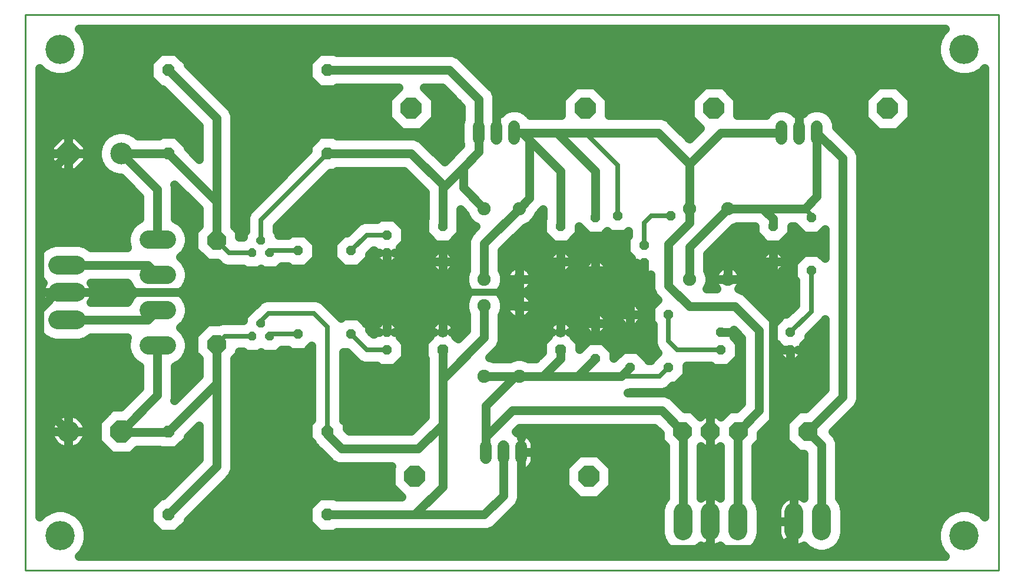
<source format=gbr>
G75*
%MOIN*%
%OFA0B0*%
%FSLAX25Y25*%
%IPPOS*%
%LPD*%
%AMOC8*
5,1,8,0,0,1.08239X$1,22.5*
%
%ADD10C,0.01000*%
%ADD11OC8,0.10700*%
%ADD12C,0.10300*%
%ADD13OC8,0.12400*%
%ADD14C,0.12400*%
%ADD15OC8,0.05600*%
%ADD16OC8,0.06200*%
%ADD17C,0.06200*%
%ADD18C,0.07480*%
%ADD19C,0.06800*%
%ADD20OC8,0.11811*%
%ADD21OC8,0.05440*%
%ADD22OC8,0.05000*%
%ADD23OC8,0.06800*%
%ADD24C,0.10693*%
%ADD25C,0.05000*%
%ADD26C,0.04000*%
%ADD27C,0.02756*%
%ADD28C,0.16598*%
D10*
X0032280Y0007437D02*
X0032280Y0322398D01*
X0583461Y0322398D01*
X0583461Y0007437D01*
X0032280Y0007437D01*
D11*
X0140548Y0135390D03*
X0140548Y0194445D03*
X0404327Y0086177D03*
X0420075Y0086177D03*
X0435823Y0086177D03*
X0475194Y0086177D03*
D12*
X0112233Y0134917D02*
X0101933Y0134917D01*
X0101933Y0154917D02*
X0112233Y0154917D01*
X0112233Y0174917D02*
X0101933Y0174917D01*
X0101933Y0194917D02*
X0112233Y0194917D01*
D13*
X0056650Y0243657D03*
X0086650Y0086177D03*
D14*
X0056650Y0086177D03*
X0086650Y0243657D03*
D15*
X0186572Y0188539D03*
X0216572Y0188539D03*
X0268501Y0182476D03*
X0268501Y0202476D03*
X0335430Y0202476D03*
X0355115Y0207476D03*
X0367674Y0208224D03*
X0397674Y0208224D03*
X0355115Y0177476D03*
X0335430Y0182476D03*
X0374800Y0152358D03*
X0355115Y0147358D03*
X0355115Y0127358D03*
X0374800Y0122358D03*
X0396453Y0122358D03*
X0396453Y0152358D03*
X0455509Y0182476D03*
X0477162Y0177476D03*
X0455509Y0202476D03*
X0477162Y0207476D03*
X0216572Y0141295D03*
X0186572Y0141295D03*
D16*
X0268501Y0132358D03*
X0335430Y0132358D03*
D17*
X0335430Y0142358D03*
X0268501Y0142358D03*
D18*
X0292123Y0157358D03*
X0311808Y0157358D03*
X0311808Y0172476D03*
X0292123Y0172476D03*
X0292123Y0212476D03*
X0311808Y0212476D03*
X0408264Y0212476D03*
X0429918Y0212476D03*
X0429918Y0172476D03*
X0408264Y0172476D03*
X0311808Y0117358D03*
X0292123Y0117358D03*
D19*
X0292871Y0077766D02*
X0292871Y0070966D01*
X0302871Y0070966D02*
X0302871Y0077766D01*
X0312871Y0077766D02*
X0312871Y0070966D01*
X0309091Y0252069D02*
X0309091Y0258869D01*
X0299091Y0258869D02*
X0299091Y0252069D01*
X0289091Y0252069D02*
X0289091Y0258869D01*
X0460351Y0258869D02*
X0460351Y0252069D01*
X0470351Y0252069D02*
X0470351Y0258869D01*
X0480351Y0258869D02*
X0480351Y0252069D01*
D20*
X0520469Y0269248D03*
X0422044Y0269248D03*
X0349209Y0269248D03*
X0250784Y0269248D03*
X0252753Y0060587D03*
X0351178Y0060587D03*
D21*
X0425981Y0132358D03*
X0425981Y0142358D03*
X0465351Y0142358D03*
X0465351Y0132358D03*
X0382674Y0181571D03*
X0382674Y0191571D03*
X0237005Y0187476D03*
X0237005Y0197476D03*
X0237005Y0142358D03*
X0237005Y0132358D03*
D22*
X0170745Y0140114D03*
X0160745Y0140114D03*
X0165745Y0147220D03*
X0170745Y0187358D03*
X0160745Y0187358D03*
X0165745Y0194465D03*
D23*
X0203264Y0243657D03*
X0203264Y0290902D03*
X0113264Y0290902D03*
X0113264Y0243657D03*
X0113264Y0086177D03*
X0113264Y0038933D03*
X0203264Y0038933D03*
X0203264Y0086177D03*
D24*
X0061249Y0149327D02*
X0050556Y0149327D01*
X0050556Y0164917D02*
X0061249Y0164917D01*
X0061249Y0180508D02*
X0050556Y0180508D01*
X0404485Y0040343D02*
X0404485Y0029650D01*
X0420075Y0029650D02*
X0420075Y0040343D01*
X0435666Y0040343D02*
X0435666Y0029650D01*
X0467398Y0029650D02*
X0467398Y0040343D01*
X0482989Y0040343D02*
X0482989Y0029650D01*
D25*
X0482989Y0034996D02*
X0482989Y0078382D01*
X0475194Y0086177D01*
X0494879Y0105862D01*
X0494879Y0240941D01*
X0480351Y0255469D01*
X0480351Y0219287D01*
X0473540Y0212476D01*
X0449603Y0212476D01*
X0455509Y0206571D01*
X0455509Y0202476D01*
X0465809Y0202476D02*
X0465809Y0198210D01*
X0459775Y0192176D01*
X0451242Y0192176D01*
X0445209Y0198210D01*
X0445209Y0202476D01*
X0435077Y0202476D01*
X0434256Y0202002D01*
X0433341Y0201757D01*
X0418264Y0186681D01*
X0418264Y0177636D01*
X0418738Y0176815D01*
X0419504Y0173956D01*
X0419504Y0170997D01*
X0418738Y0168138D01*
X0418106Y0167043D01*
X0423701Y0167043D01*
X0423052Y0167889D01*
X0422512Y0168824D01*
X0422099Y0169822D01*
X0421819Y0170865D01*
X0421678Y0171936D01*
X0421678Y0172476D01*
X0429918Y0172476D01*
X0429918Y0172476D01*
X0438158Y0172476D01*
X0438158Y0171936D01*
X0438017Y0170865D01*
X0437737Y0169822D01*
X0437324Y0168824D01*
X0436784Y0167889D01*
X0436126Y0167032D01*
X0436052Y0166957D01*
X0439520Y0165521D01*
X0453299Y0151741D01*
X0456112Y0148928D01*
X0456509Y0147970D01*
X0461118Y0152578D01*
X0463016Y0152578D01*
X0468284Y0157847D01*
X0468284Y0171788D01*
X0466862Y0173210D01*
X0466862Y0181743D01*
X0472896Y0187776D01*
X0481428Y0187776D01*
X0484879Y0184326D01*
X0484879Y0200627D01*
X0481428Y0197176D01*
X0472896Y0197176D01*
X0467596Y0202476D01*
X0465809Y0202476D01*
X0465809Y0202379D02*
X0467693Y0202379D01*
X0464979Y0197380D02*
X0472692Y0197380D01*
X0481633Y0197380D02*
X0484879Y0197380D01*
X0484879Y0192382D02*
X0459980Y0192382D01*
X0458532Y0189776D02*
X0455509Y0189776D01*
X0455509Y0182477D01*
X0455508Y0182477D01*
X0455508Y0189776D01*
X0452485Y0189776D01*
X0448209Y0185500D01*
X0448209Y0182476D01*
X0448209Y0179453D01*
X0452485Y0175176D01*
X0455508Y0175176D01*
X0455508Y0182476D01*
X0448209Y0182476D01*
X0455508Y0182476D01*
X0455508Y0182476D01*
X0455509Y0182476D01*
X0455509Y0182476D01*
X0462809Y0182476D01*
X0462809Y0179453D01*
X0458532Y0175176D01*
X0455509Y0175176D01*
X0455509Y0182476D01*
X0462809Y0182476D01*
X0462809Y0185500D01*
X0458532Y0189776D01*
X0460925Y0187383D02*
X0472503Y0187383D01*
X0467504Y0182385D02*
X0462809Y0182385D01*
X0460742Y0177386D02*
X0466862Y0177386D01*
X0467684Y0172388D02*
X0438158Y0172388D01*
X0438158Y0172476D02*
X0438158Y0173016D01*
X0438017Y0174087D01*
X0437737Y0175131D01*
X0437324Y0176129D01*
X0436784Y0177064D01*
X0436126Y0177921D01*
X0435363Y0178685D01*
X0434506Y0179342D01*
X0433570Y0179882D01*
X0432572Y0180296D01*
X0431529Y0180575D01*
X0430458Y0180716D01*
X0429918Y0180716D01*
X0429918Y0172477D01*
X0429918Y0180716D01*
X0429378Y0180716D01*
X0428307Y0180575D01*
X0427264Y0180296D01*
X0426266Y0179882D01*
X0425330Y0179342D01*
X0424473Y0178685D01*
X0423710Y0177921D01*
X0423052Y0177064D01*
X0422512Y0176129D01*
X0422099Y0175131D01*
X0421819Y0174087D01*
X0421678Y0173016D01*
X0421678Y0172476D01*
X0429918Y0172476D01*
X0429918Y0172476D01*
X0445509Y0172476D01*
X0455509Y0182476D01*
X0455509Y0137358D01*
X0455509Y0074366D01*
X0467398Y0062476D01*
X0467398Y0034996D01*
X0457552Y0034996D01*
X0457552Y0029097D01*
X0457676Y0027998D01*
X0457922Y0026919D01*
X0458287Y0025876D01*
X0458767Y0024879D01*
X0459355Y0023943D01*
X0460045Y0023078D01*
X0460827Y0022296D01*
X0461691Y0021607D01*
X0462628Y0021018D01*
X0463624Y0020538D01*
X0464668Y0020173D01*
X0465746Y0019927D01*
X0466845Y0019803D01*
X0467398Y0019803D01*
X0467398Y0034996D01*
X0467398Y0034996D01*
X0457552Y0034996D01*
X0457552Y0040895D01*
X0457676Y0041994D01*
X0457922Y0043073D01*
X0458287Y0044117D01*
X0458767Y0045113D01*
X0459355Y0046049D01*
X0460045Y0046914D01*
X0460827Y0047696D01*
X0461691Y0048386D01*
X0462628Y0048974D01*
X0463624Y0049454D01*
X0464668Y0049819D01*
X0465746Y0050065D01*
X0466845Y0050189D01*
X0467398Y0050189D01*
X0467398Y0034996D01*
X0467398Y0034996D01*
X0467398Y0034996D01*
X0467398Y0027201D01*
X0459446Y0019248D01*
X0416138Y0019248D01*
X0288186Y0019248D01*
X0091335Y0019248D01*
X0040154Y0070429D01*
X0040154Y0102673D01*
X0056650Y0086177D01*
X0045950Y0086177D01*
X0045950Y0085576D01*
X0046085Y0084382D01*
X0046352Y0083210D01*
X0046749Y0082076D01*
X0047271Y0080993D01*
X0047910Y0079976D01*
X0048659Y0079036D01*
X0049509Y0078186D01*
X0050449Y0077437D01*
X0051466Y0076798D01*
X0052549Y0076276D01*
X0053683Y0075879D01*
X0054855Y0075612D01*
X0056049Y0075477D01*
X0056650Y0075477D01*
X0056650Y0086177D01*
X0056650Y0086177D01*
X0056650Y0086177D01*
X0045950Y0086177D01*
X0045950Y0086778D01*
X0046085Y0087972D01*
X0046352Y0089144D01*
X0046749Y0090278D01*
X0047271Y0091361D01*
X0047910Y0092379D01*
X0048659Y0093318D01*
X0049509Y0094168D01*
X0050449Y0094917D01*
X0051466Y0095557D01*
X0052549Y0096078D01*
X0053683Y0096475D01*
X0054855Y0096743D01*
X0056049Y0096877D01*
X0056650Y0096877D01*
X0056650Y0086177D01*
X0056650Y0075477D01*
X0057251Y0075477D01*
X0058445Y0075612D01*
X0059617Y0075879D01*
X0060751Y0076276D01*
X0061834Y0076798D01*
X0062852Y0077437D01*
X0063791Y0078186D01*
X0064641Y0079036D01*
X0065391Y0079976D01*
X0066030Y0080993D01*
X0066551Y0082076D01*
X0066948Y0083210D01*
X0067216Y0084382D01*
X0067350Y0085576D01*
X0067350Y0086177D01*
X0056650Y0086177D01*
X0056650Y0086177D01*
X0056650Y0086177D01*
X0056650Y0096877D01*
X0057251Y0096877D01*
X0058445Y0096743D01*
X0059617Y0096475D01*
X0060751Y0096078D01*
X0061834Y0095557D01*
X0062852Y0094917D01*
X0063791Y0094168D01*
X0064641Y0093318D01*
X0065391Y0092379D01*
X0066030Y0091361D01*
X0066551Y0090278D01*
X0066948Y0089144D01*
X0067216Y0087972D01*
X0067350Y0086778D01*
X0067350Y0086177D01*
X0056650Y0086177D01*
X0056650Y0087413D02*
X0056650Y0087413D01*
X0056650Y0082415D02*
X0056650Y0082415D01*
X0056650Y0077416D02*
X0056650Y0077416D01*
X0050482Y0077416D02*
X0040280Y0077416D01*
X0040280Y0072418D02*
X0130548Y0072418D01*
X0130548Y0070359D02*
X0110022Y0049833D01*
X0108750Y0049833D01*
X0102364Y0043448D01*
X0102364Y0034418D01*
X0108750Y0028033D01*
X0117779Y0028033D01*
X0124164Y0034418D01*
X0124164Y0035691D01*
X0146212Y0057739D01*
X0149025Y0060552D01*
X0150548Y0064227D01*
X0150548Y0127217D01*
X0153398Y0130067D01*
X0153398Y0131236D01*
X0155481Y0131236D01*
X0156603Y0130114D01*
X0164887Y0130114D01*
X0165745Y0130972D01*
X0166603Y0130114D01*
X0174887Y0130114D01*
X0177190Y0132417D01*
X0180883Y0132417D01*
X0182305Y0130995D01*
X0190838Y0130995D01*
X0194386Y0134544D01*
X0194386Y0092714D01*
X0192364Y0090692D01*
X0192364Y0081662D01*
X0194490Y0079537D01*
X0194787Y0078820D01*
X0202936Y0070670D01*
X0205749Y0067857D01*
X0209425Y0066335D01*
X0239542Y0066335D01*
X0239347Y0066139D01*
X0239347Y0055034D01*
X0245448Y0048933D01*
X0208679Y0048933D01*
X0207779Y0049833D01*
X0198750Y0049833D01*
X0192364Y0043448D01*
X0192364Y0034418D01*
X0198750Y0028033D01*
X0207779Y0028033D01*
X0208679Y0028933D01*
X0294112Y0028933D01*
X0297787Y0030455D01*
X0311348Y0044017D01*
X0312871Y0047692D01*
X0312871Y0066487D01*
X0312871Y0063066D01*
X0313389Y0063066D01*
X0314415Y0063201D01*
X0315416Y0063469D01*
X0316372Y0063866D01*
X0317269Y0064383D01*
X0318091Y0065014D01*
X0318823Y0065746D01*
X0319453Y0066568D01*
X0319971Y0067465D01*
X0320368Y0068421D01*
X0320636Y0069422D01*
X0320771Y0070448D01*
X0320771Y0074366D01*
X0313771Y0074366D01*
X0313771Y0074366D01*
X0320771Y0074366D01*
X0320771Y0078284D01*
X0320636Y0079311D01*
X0320368Y0080311D01*
X0319971Y0081268D01*
X0319453Y0082165D01*
X0318823Y0082986D01*
X0318091Y0083718D01*
X0317269Y0084349D01*
X0316372Y0084867D01*
X0315416Y0085263D01*
X0314415Y0085531D01*
X0313389Y0085666D01*
X0312871Y0085666D01*
X0312871Y0082246D01*
X0312871Y0085666D01*
X0312353Y0085666D01*
X0311326Y0085531D01*
X0310691Y0085361D01*
X0310038Y0086014D01*
X0312013Y0087988D01*
X0388374Y0087988D01*
X0391477Y0084885D01*
X0391477Y0080855D01*
X0394485Y0077847D01*
X0394485Y0048510D01*
X0394205Y0048230D01*
X0392514Y0045301D01*
X0391638Y0042034D01*
X0391638Y0027958D01*
X0392514Y0024691D01*
X0394205Y0021762D01*
X0396597Y0019370D01*
X0399526Y0017679D01*
X0402794Y0016803D01*
X0406176Y0016803D01*
X0409443Y0017679D01*
X0412373Y0019370D01*
X0414517Y0021514D01*
X0415305Y0021018D01*
X0416301Y0020538D01*
X0417345Y0020173D01*
X0418423Y0019927D01*
X0419522Y0019803D01*
X0420075Y0019803D01*
X0420075Y0034996D01*
X0420076Y0034996D01*
X0420076Y0019803D01*
X0420628Y0019803D01*
X0421727Y0019927D01*
X0422806Y0020173D01*
X0423849Y0020538D01*
X0424846Y0021018D01*
X0425634Y0021514D01*
X0427778Y0019370D01*
X0430707Y0017679D01*
X0433975Y0016803D01*
X0437357Y0016803D01*
X0440625Y0017679D01*
X0443554Y0019370D01*
X0445946Y0021762D01*
X0447637Y0024691D01*
X0448512Y0027958D01*
X0448512Y0042034D01*
X0447637Y0045301D01*
X0445946Y0048230D01*
X0445666Y0048510D01*
X0445666Y0077847D01*
X0448673Y0080855D01*
X0448673Y0084885D01*
X0456112Y0092324D01*
X0457634Y0095999D01*
X0457634Y0135622D01*
X0458131Y0135125D01*
X0458131Y0132358D01*
X0458131Y0129368D01*
X0462360Y0125138D01*
X0465351Y0125138D01*
X0465351Y0132138D01*
X0465351Y0132138D01*
X0465351Y0125138D01*
X0468342Y0125138D01*
X0472571Y0129368D01*
X0472571Y0132358D01*
X0469804Y0132358D01*
X0469804Y0132358D01*
X0472571Y0132358D01*
X0472571Y0135125D01*
X0475571Y0138125D01*
X0475571Y0140023D01*
X0484688Y0149140D01*
X0484879Y0149599D01*
X0484879Y0110004D01*
X0473901Y0099027D01*
X0469871Y0099027D01*
X0462344Y0091500D01*
X0462344Y0080855D01*
X0469871Y0073327D01*
X0472989Y0073327D01*
X0472989Y0048510D01*
X0472957Y0048478D01*
X0472169Y0048974D01*
X0471172Y0049454D01*
X0470128Y0049819D01*
X0469050Y0050065D01*
X0467951Y0050189D01*
X0467398Y0050189D01*
X0467398Y0034996D01*
X0467398Y0019803D01*
X0467951Y0019803D01*
X0469050Y0019927D01*
X0470128Y0020173D01*
X0471172Y0020538D01*
X0472169Y0021018D01*
X0472957Y0021514D01*
X0475101Y0019370D01*
X0478030Y0017679D01*
X0481298Y0016803D01*
X0484680Y0016803D01*
X0487947Y0017679D01*
X0490877Y0019370D01*
X0493269Y0021762D01*
X0494960Y0024691D01*
X0495835Y0027958D01*
X0495835Y0042034D01*
X0494960Y0045301D01*
X0493269Y0048230D01*
X0492989Y0048510D01*
X0492989Y0080371D01*
X0491466Y0084046D01*
X0489336Y0086177D01*
X0500543Y0097385D01*
X0503356Y0100198D01*
X0504879Y0103873D01*
X0504879Y0242930D01*
X0503356Y0246605D01*
X0491251Y0258711D01*
X0491251Y0260304D01*
X0490508Y0263076D01*
X0489073Y0265561D01*
X0487044Y0267591D01*
X0484558Y0269026D01*
X0481786Y0269768D01*
X0478916Y0269768D01*
X0476144Y0269026D01*
X0473658Y0267591D01*
X0472531Y0266463D01*
X0471896Y0266633D01*
X0470869Y0266768D01*
X0470351Y0266768D01*
X0469833Y0266768D01*
X0468807Y0266633D01*
X0468171Y0266463D01*
X0467044Y0267591D01*
X0464558Y0269026D01*
X0461786Y0269768D01*
X0458916Y0269768D01*
X0456144Y0269026D01*
X0453658Y0267591D01*
X0451629Y0265561D01*
X0451575Y0265468D01*
X0435449Y0265468D01*
X0435449Y0274801D01*
X0427597Y0282654D01*
X0416491Y0282654D01*
X0408638Y0274801D01*
X0408638Y0263695D01*
X0414352Y0257982D01*
X0408264Y0251894D01*
X0399025Y0261133D01*
X0396212Y0263946D01*
X0392537Y0265468D01*
X0362615Y0265468D01*
X0362615Y0274801D01*
X0354762Y0282654D01*
X0343657Y0282654D01*
X0335804Y0274801D01*
X0335804Y0265468D01*
X0317867Y0265468D01*
X0317813Y0265561D01*
X0315784Y0267591D01*
X0313298Y0269026D01*
X0310526Y0269768D01*
X0307656Y0269768D01*
X0304884Y0269026D01*
X0302398Y0267591D01*
X0301271Y0266463D01*
X0300636Y0266633D01*
X0299609Y0266768D01*
X0299091Y0266768D01*
X0299091Y0263348D01*
X0299091Y0276237D01*
X0297569Y0279913D01*
X0294756Y0282726D01*
X0278102Y0299379D01*
X0274427Y0300902D01*
X0208679Y0300902D01*
X0207779Y0301802D01*
X0198750Y0301802D01*
X0192364Y0295416D01*
X0192364Y0286387D01*
X0198750Y0280002D01*
X0207779Y0280002D01*
X0208679Y0280902D01*
X0243479Y0280902D01*
X0237379Y0274801D01*
X0237379Y0263695D01*
X0245231Y0255843D01*
X0256337Y0255843D01*
X0264190Y0263695D01*
X0264190Y0274801D01*
X0258089Y0280902D01*
X0268296Y0280902D01*
X0279091Y0270106D01*
X0279091Y0263348D01*
X0278934Y0263076D01*
X0278191Y0260304D01*
X0278191Y0250633D01*
X0278789Y0248403D01*
X0274647Y0244261D01*
X0271834Y0241448D01*
X0269485Y0239099D01*
X0256449Y0252135D01*
X0252773Y0253657D01*
X0208679Y0253657D01*
X0207779Y0254557D01*
X0198750Y0254557D01*
X0192364Y0248172D01*
X0192364Y0245313D01*
X0158218Y0211167D01*
X0156867Y0207904D01*
X0156867Y0199729D01*
X0155745Y0198607D01*
X0155745Y0196500D01*
X0155481Y0196236D01*
X0153398Y0196236D01*
X0153398Y0199768D01*
X0150548Y0202618D01*
X0150548Y0265607D01*
X0149025Y0269283D01*
X0146212Y0272096D01*
X0124164Y0294144D01*
X0124164Y0295416D01*
X0117779Y0301802D01*
X0108750Y0301802D01*
X0102364Y0295416D01*
X0102364Y0286387D01*
X0108750Y0280002D01*
X0110022Y0280002D01*
X0130548Y0259476D01*
X0130548Y0240516D01*
X0124164Y0246900D01*
X0124164Y0248172D01*
X0117779Y0254557D01*
X0108750Y0254557D01*
X0107850Y0253657D01*
X0096025Y0253657D01*
X0095062Y0254620D01*
X0091938Y0256424D01*
X0088454Y0257357D01*
X0084847Y0257357D01*
X0081362Y0256424D01*
X0078238Y0254620D01*
X0075688Y0252069D01*
X0073884Y0248945D01*
X0072950Y0245461D01*
X0072950Y0241854D01*
X0073884Y0238369D01*
X0075688Y0235245D01*
X0078238Y0232695D01*
X0081362Y0230891D01*
X0084847Y0229957D01*
X0086208Y0229957D01*
X0097083Y0219082D01*
X0097083Y0206714D01*
X0097051Y0206705D01*
X0094166Y0205040D01*
X0091811Y0202685D01*
X0090145Y0199800D01*
X0089283Y0196583D01*
X0089283Y0193252D01*
X0090019Y0190508D01*
X0069416Y0190508D01*
X0069137Y0190788D01*
X0066207Y0192479D01*
X0062940Y0193354D01*
X0048864Y0193354D01*
X0045597Y0192479D01*
X0042668Y0190788D01*
X0040280Y0188400D01*
X0040280Y0292054D01*
X0042264Y0290070D01*
X0045867Y0287990D01*
X0049885Y0286913D01*
X0054045Y0286913D01*
X0058063Y0287990D01*
X0061666Y0290070D01*
X0064608Y0293012D01*
X0066688Y0296614D01*
X0067764Y0300633D01*
X0067764Y0304793D01*
X0066688Y0308811D01*
X0064608Y0312414D01*
X0062624Y0314398D01*
X0553118Y0314398D01*
X0551134Y0312414D01*
X0549054Y0308811D01*
X0547977Y0304793D01*
X0547977Y0300633D01*
X0549054Y0296614D01*
X0551134Y0293012D01*
X0554075Y0290070D01*
X0557678Y0287990D01*
X0561696Y0286913D01*
X0565856Y0286913D01*
X0569875Y0287990D01*
X0573477Y0290070D01*
X0575461Y0292054D01*
X0575461Y0037780D01*
X0573477Y0039765D01*
X0569875Y0041845D01*
X0565856Y0042921D01*
X0561696Y0042921D01*
X0557678Y0041845D01*
X0554075Y0039765D01*
X0551134Y0036823D01*
X0549054Y0033220D01*
X0547977Y0029202D01*
X0547977Y0025042D01*
X0549054Y0021024D01*
X0551134Y0017421D01*
X0553118Y0015437D01*
X0062624Y0015437D01*
X0064608Y0017421D01*
X0066688Y0021024D01*
X0067764Y0025042D01*
X0067764Y0029202D01*
X0066688Y0033220D01*
X0064608Y0036823D01*
X0061666Y0039765D01*
X0058063Y0041845D01*
X0054045Y0042921D01*
X0049885Y0042921D01*
X0045867Y0041845D01*
X0042264Y0039765D01*
X0040280Y0037780D01*
X0040280Y0141435D01*
X0042668Y0139047D01*
X0045597Y0137356D01*
X0048864Y0136480D01*
X0062940Y0136480D01*
X0066207Y0137356D01*
X0069137Y0139047D01*
X0069416Y0139327D01*
X0090019Y0139327D01*
X0089283Y0136583D01*
X0089283Y0133252D01*
X0090145Y0130035D01*
X0091811Y0127150D01*
X0094166Y0124795D01*
X0097051Y0123129D01*
X0097083Y0123121D01*
X0097083Y0110752D01*
X0086208Y0099877D01*
X0080976Y0099877D01*
X0072950Y0091852D01*
X0072950Y0080502D01*
X0080976Y0072477D01*
X0092325Y0072477D01*
X0095710Y0075862D01*
X0108164Y0075862D01*
X0108750Y0075277D01*
X0117779Y0075277D01*
X0124164Y0081662D01*
X0124164Y0082935D01*
X0130548Y0089319D01*
X0130548Y0070359D01*
X0127608Y0067419D02*
X0040280Y0067419D01*
X0040280Y0062421D02*
X0122610Y0062421D01*
X0117611Y0057422D02*
X0040280Y0057422D01*
X0040280Y0052424D02*
X0112613Y0052424D01*
X0106342Y0047425D02*
X0040280Y0047425D01*
X0040280Y0042427D02*
X0048039Y0042427D01*
X0055891Y0042427D02*
X0102364Y0042427D01*
X0102364Y0037428D02*
X0064003Y0037428D01*
X0066900Y0032430D02*
X0104353Y0032430D01*
X0113264Y0038933D02*
X0140548Y0066217D01*
X0140548Y0113461D01*
X0140548Y0135390D01*
X0130548Y0127217D02*
X0127698Y0130067D01*
X0127698Y0140712D01*
X0135225Y0148240D01*
X0141690Y0148240D01*
X0143506Y0148992D01*
X0155481Y0148992D01*
X0155745Y0149256D01*
X0155745Y0151363D01*
X0161603Y0157220D01*
X0161634Y0157220D01*
X0162549Y0158135D01*
X0165046Y0160633D01*
X0168310Y0161984D01*
X0197432Y0161984D01*
X0200695Y0160633D01*
X0208293Y0153034D01*
X0210791Y0150537D01*
X0210924Y0150214D01*
X0212305Y0151595D01*
X0220838Y0151595D01*
X0226872Y0145562D01*
X0226872Y0143551D01*
X0229186Y0141236D01*
X0229785Y0141236D01*
X0229785Y0142358D01*
X0232551Y0142358D01*
X0232551Y0142358D01*
X0229785Y0142358D01*
X0229785Y0145349D01*
X0234014Y0149578D01*
X0237005Y0149578D01*
X0237005Y0142578D01*
X0237005Y0142578D01*
X0237005Y0149578D01*
X0239995Y0149578D01*
X0244225Y0145349D01*
X0244225Y0142358D01*
X0241458Y0142358D01*
X0241458Y0142358D01*
X0244225Y0142358D01*
X0244225Y0139592D01*
X0247225Y0136592D01*
X0247225Y0128125D01*
X0241238Y0122138D01*
X0232771Y0122138D01*
X0231429Y0123480D01*
X0223743Y0123480D01*
X0220480Y0124832D01*
X0217982Y0127329D01*
X0214316Y0130995D01*
X0212305Y0130995D01*
X0212142Y0131158D01*
X0212142Y0092714D01*
X0214164Y0090692D01*
X0214164Y0087726D01*
X0215556Y0086335D01*
X0250579Y0086335D01*
X0258501Y0094256D01*
X0258501Y0127368D01*
X0257901Y0127968D01*
X0257901Y0136749D01*
X0261241Y0140089D01*
X0261031Y0140872D01*
X0260901Y0141860D01*
X0260901Y0142358D01*
X0263510Y0142358D01*
X0263510Y0142358D01*
X0260901Y0142358D01*
X0260901Y0142856D01*
X0261031Y0143844D01*
X0261289Y0144806D01*
X0261670Y0145727D01*
X0262168Y0146590D01*
X0262774Y0147380D01*
X0263479Y0148084D01*
X0264269Y0148691D01*
X0265132Y0149189D01*
X0266052Y0149570D01*
X0267015Y0149828D01*
X0268003Y0149958D01*
X0268501Y0149958D01*
X0268501Y0142958D01*
X0268501Y0142958D01*
X0268501Y0149958D01*
X0268999Y0149958D01*
X0269987Y0149828D01*
X0270949Y0149570D01*
X0271869Y0149189D01*
X0272732Y0148691D01*
X0273522Y0148084D01*
X0274227Y0147380D01*
X0274833Y0146590D01*
X0275331Y0145727D01*
X0275713Y0144806D01*
X0275971Y0143844D01*
X0276101Y0142856D01*
X0276101Y0142358D01*
X0273491Y0142358D01*
X0276101Y0142358D01*
X0276101Y0141860D01*
X0275971Y0140872D01*
X0275761Y0140089D01*
X0277252Y0138598D01*
X0282123Y0143469D01*
X0282123Y0152199D01*
X0281649Y0153020D01*
X0280883Y0155878D01*
X0280883Y0158838D01*
X0281649Y0161697D01*
X0283128Y0164260D01*
X0283786Y0164917D01*
X0283128Y0165575D01*
X0281649Y0168138D01*
X0280883Y0170997D01*
X0280883Y0173956D01*
X0281649Y0176815D01*
X0282123Y0177636D01*
X0282123Y0194780D01*
X0283645Y0198456D01*
X0286458Y0201269D01*
X0287409Y0202219D01*
X0285221Y0203482D01*
X0283128Y0205575D01*
X0281649Y0208138D01*
X0281403Y0209054D01*
X0278501Y0211956D01*
X0278501Y0207043D01*
X0278801Y0206743D01*
X0278801Y0198210D01*
X0272767Y0192176D01*
X0264234Y0192176D01*
X0258201Y0198210D01*
X0258201Y0206743D01*
X0258501Y0207043D01*
X0258501Y0221799D01*
X0246642Y0233657D01*
X0208679Y0233657D01*
X0207779Y0232757D01*
X0204920Y0232757D01*
X0174623Y0202460D01*
X0174623Y0199729D01*
X0175745Y0198607D01*
X0175745Y0197417D01*
X0180883Y0197417D01*
X0182305Y0198839D01*
X0190838Y0198839D01*
X0196872Y0192806D01*
X0196872Y0184273D01*
X0190838Y0178239D01*
X0182305Y0178239D01*
X0180883Y0179661D01*
X0177190Y0179661D01*
X0174887Y0177358D01*
X0166603Y0177358D01*
X0165745Y0178216D01*
X0164887Y0177358D01*
X0156603Y0177358D01*
X0155481Y0178480D01*
X0145869Y0178480D01*
X0142606Y0179832D01*
X0140843Y0181595D01*
X0135225Y0181595D01*
X0127698Y0189122D01*
X0127698Y0199768D01*
X0130548Y0202618D01*
X0130548Y0212232D01*
X0116742Y0226038D01*
X0117083Y0225214D01*
X0117083Y0206714D01*
X0117116Y0206705D01*
X0120001Y0205040D01*
X0122356Y0202685D01*
X0124021Y0199800D01*
X0124883Y0196583D01*
X0124883Y0193252D01*
X0124021Y0190035D01*
X0122356Y0187150D01*
X0120123Y0184917D01*
X0122356Y0182685D01*
X0124021Y0179800D01*
X0124883Y0176583D01*
X0124883Y0173252D01*
X0124021Y0170035D01*
X0122356Y0167150D01*
X0120123Y0164917D01*
X0122356Y0162685D01*
X0124021Y0159800D01*
X0124883Y0156583D01*
X0124883Y0153252D01*
X0124021Y0150035D01*
X0122356Y0147150D01*
X0120123Y0144917D01*
X0122356Y0142685D01*
X0124021Y0139800D01*
X0124883Y0136583D01*
X0124883Y0133252D01*
X0124021Y0130035D01*
X0122356Y0127150D01*
X0120001Y0124795D01*
X0117116Y0123129D01*
X0117083Y0123121D01*
X0117083Y0104621D01*
X0116742Y0103797D01*
X0130548Y0117603D01*
X0130548Y0127217D01*
X0130364Y0127401D02*
X0122501Y0127401D01*
X0124655Y0132400D02*
X0127698Y0132400D01*
X0127698Y0137398D02*
X0124665Y0137398D01*
X0122522Y0142397D02*
X0129382Y0142397D01*
X0134381Y0147395D02*
X0122497Y0147395D01*
X0124653Y0152394D02*
X0156776Y0152394D01*
X0161806Y0157392D02*
X0124666Y0157392D01*
X0122525Y0162391D02*
X0282049Y0162391D01*
X0282081Y0167389D02*
X0122494Y0167389D01*
X0124652Y0172388D02*
X0280883Y0172388D01*
X0281979Y0177386D02*
X0273734Y0177386D01*
X0275801Y0179453D02*
X0275801Y0182476D01*
X0268501Y0182476D01*
X0268501Y0182476D01*
X0268501Y0175176D01*
X0271524Y0175176D01*
X0275801Y0179453D01*
X0275801Y0182385D02*
X0282123Y0182385D01*
X0275801Y0182476D02*
X0275801Y0185500D01*
X0271524Y0189776D01*
X0268501Y0189776D01*
X0268501Y0182477D01*
X0268501Y0182477D01*
X0268501Y0182476D02*
X0275801Y0182476D01*
X0268501Y0182476D02*
X0268501Y0182476D01*
X0268501Y0175176D01*
X0265477Y0175176D01*
X0261201Y0179453D01*
X0261201Y0182476D01*
X0268501Y0182476D01*
X0268501Y0168854D01*
X0264564Y0164917D01*
X0268501Y0160980D01*
X0268501Y0142358D01*
X0273491Y0142358D02*
X0273491Y0142358D01*
X0276101Y0142397D02*
X0281051Y0142397D01*
X0282123Y0147395D02*
X0274212Y0147395D01*
X0268501Y0147395D02*
X0268501Y0147395D01*
X0262790Y0147395D02*
X0242178Y0147395D01*
X0237005Y0147395D02*
X0237005Y0147395D01*
X0237005Y0142358D02*
X0237005Y0157043D01*
X0244879Y0164917D01*
X0055902Y0164917D01*
X0040709Y0164917D01*
X0040709Y0164364D01*
X0040833Y0163265D01*
X0041079Y0162187D01*
X0041445Y0161143D01*
X0041924Y0160147D01*
X0042420Y0159358D01*
X0040280Y0157219D01*
X0040280Y0172616D01*
X0042420Y0170476D01*
X0041924Y0169688D01*
X0041445Y0168691D01*
X0041079Y0167647D01*
X0040833Y0166569D01*
X0040709Y0165470D01*
X0040709Y0164917D01*
X0055902Y0164917D01*
X0055902Y0164917D01*
X0049997Y0164917D01*
X0040154Y0155075D01*
X0040154Y0227161D01*
X0040154Y0263343D01*
X0083461Y0306650D01*
X0278343Y0306650D01*
X0433855Y0306650D01*
X0470351Y0270154D01*
X0470351Y0255469D01*
X0470351Y0263348D02*
X0470351Y0263348D01*
X0470351Y0263348D01*
X0470351Y0266768D01*
X0470351Y0263348D01*
X0467275Y0267360D02*
X0473427Y0267360D01*
X0487275Y0267360D02*
X0507064Y0267360D01*
X0507064Y0263695D02*
X0514916Y0255843D01*
X0526022Y0255843D01*
X0533875Y0263695D01*
X0533875Y0274801D01*
X0526022Y0282654D01*
X0514916Y0282654D01*
X0507064Y0274801D01*
X0507064Y0263695D01*
X0508398Y0262361D02*
X0490700Y0262361D01*
X0492599Y0257363D02*
X0513396Y0257363D01*
X0502596Y0247366D02*
X0575461Y0247366D01*
X0575461Y0252364D02*
X0497598Y0252364D01*
X0504879Y0242367D02*
X0575461Y0242367D01*
X0575461Y0237369D02*
X0504879Y0237369D01*
X0504879Y0232370D02*
X0575461Y0232370D01*
X0575461Y0227372D02*
X0504879Y0227372D01*
X0504879Y0222373D02*
X0575461Y0222373D01*
X0575461Y0217374D02*
X0504879Y0217374D01*
X0504879Y0212376D02*
X0575461Y0212376D01*
X0575461Y0207377D02*
X0504879Y0207377D01*
X0504879Y0202379D02*
X0575461Y0202379D01*
X0575461Y0197380D02*
X0504879Y0197380D01*
X0504879Y0192382D02*
X0575461Y0192382D01*
X0575461Y0187383D02*
X0504879Y0187383D01*
X0504879Y0182385D02*
X0575461Y0182385D01*
X0575461Y0177386D02*
X0504879Y0177386D01*
X0504879Y0172388D02*
X0575461Y0172388D01*
X0575461Y0167389D02*
X0504879Y0167389D01*
X0504879Y0162391D02*
X0575461Y0162391D01*
X0575461Y0157392D02*
X0504879Y0157392D01*
X0504879Y0152394D02*
X0575461Y0152394D01*
X0575461Y0147395D02*
X0504879Y0147395D01*
X0504879Y0142397D02*
X0575461Y0142397D01*
X0575461Y0137398D02*
X0504879Y0137398D01*
X0504879Y0132400D02*
X0575461Y0132400D01*
X0575461Y0127401D02*
X0504879Y0127401D01*
X0504879Y0122403D02*
X0575461Y0122403D01*
X0575461Y0117404D02*
X0504879Y0117404D01*
X0504879Y0112406D02*
X0575461Y0112406D01*
X0575461Y0107407D02*
X0504879Y0107407D01*
X0504272Y0102409D02*
X0575461Y0102409D01*
X0575461Y0097410D02*
X0500569Y0097410D01*
X0495570Y0092412D02*
X0575461Y0092412D01*
X0575461Y0087413D02*
X0490572Y0087413D01*
X0492142Y0082415D02*
X0575461Y0082415D01*
X0575461Y0077416D02*
X0492989Y0077416D01*
X0492989Y0072418D02*
X0575461Y0072418D01*
X0575461Y0067419D02*
X0492989Y0067419D01*
X0492989Y0062421D02*
X0575461Y0062421D01*
X0575461Y0057422D02*
X0492989Y0057422D01*
X0492989Y0052424D02*
X0575461Y0052424D01*
X0575461Y0047425D02*
X0493734Y0047425D01*
X0495730Y0042427D02*
X0559850Y0042427D01*
X0567702Y0042427D02*
X0575461Y0042427D01*
X0551739Y0037428D02*
X0495835Y0037428D01*
X0495835Y0032430D02*
X0548842Y0032430D01*
X0547977Y0027431D02*
X0495694Y0027431D01*
X0493656Y0022433D02*
X0548676Y0022433D01*
X0551126Y0017434D02*
X0487035Y0017434D01*
X0478943Y0017434D02*
X0439712Y0017434D01*
X0431620Y0017434D02*
X0408531Y0017434D01*
X0416138Y0019248D02*
X0420075Y0023185D01*
X0420075Y0034996D01*
X0420075Y0050189D01*
X0419522Y0050189D01*
X0418423Y0050065D01*
X0417345Y0049819D01*
X0416301Y0049454D01*
X0415305Y0048974D01*
X0414517Y0048478D01*
X0414485Y0048510D01*
X0414485Y0077838D01*
X0415995Y0076327D01*
X0420075Y0076327D01*
X0420075Y0086177D01*
X0420076Y0086177D01*
X0420076Y0076327D01*
X0424155Y0076327D01*
X0425666Y0077838D01*
X0425666Y0048510D01*
X0425634Y0048478D01*
X0424846Y0048974D01*
X0423849Y0049454D01*
X0422806Y0049819D01*
X0421727Y0050065D01*
X0420628Y0050189D01*
X0420076Y0050189D01*
X0420076Y0034996D01*
X0420075Y0034996D01*
X0420075Y0086177D01*
X0420075Y0096027D01*
X0415995Y0096027D01*
X0414323Y0094354D01*
X0409650Y0099027D01*
X0405620Y0099027D01*
X0400994Y0103653D01*
X0398181Y0106466D01*
X0394506Y0107988D01*
X0373310Y0107988D01*
X0374498Y0108480D01*
X0393219Y0108480D01*
X0396482Y0109832D01*
X0398709Y0112058D01*
X0400720Y0112058D01*
X0406753Y0118092D01*
X0406753Y0123480D01*
X0420406Y0123480D01*
X0421748Y0122138D01*
X0430214Y0122138D01*
X0436201Y0128125D01*
X0436201Y0136592D01*
X0433201Y0139592D01*
X0433201Y0142358D01*
X0430434Y0142358D01*
X0433201Y0142358D01*
X0433201Y0143555D01*
X0437635Y0139122D01*
X0437635Y0102130D01*
X0434531Y0099027D01*
X0430501Y0099027D01*
X0425828Y0094354D01*
X0424155Y0096027D01*
X0420076Y0096027D01*
X0420076Y0086177D01*
X0420075Y0086177D02*
X0420075Y0103894D01*
X0437792Y0121610D01*
X0437792Y0137358D01*
X0432792Y0142358D01*
X0425981Y0142358D01*
X0430434Y0142358D02*
X0430434Y0142358D01*
X0433201Y0142397D02*
X0434359Y0142397D01*
X0435394Y0137398D02*
X0437635Y0137398D01*
X0437635Y0132400D02*
X0436201Y0132400D01*
X0435477Y0127401D02*
X0437635Y0127401D01*
X0437635Y0122403D02*
X0430479Y0122403D01*
X0421483Y0122403D02*
X0406753Y0122403D01*
X0406066Y0117404D02*
X0437635Y0117404D01*
X0437635Y0112406D02*
X0401067Y0112406D01*
X0395908Y0107407D02*
X0437635Y0107407D01*
X0437635Y0102409D02*
X0402238Y0102409D01*
X0411267Y0097410D02*
X0428884Y0097410D01*
X0420076Y0092412D02*
X0420075Y0092412D01*
X0420075Y0087413D02*
X0420076Y0087413D01*
X0420076Y0086177D02*
X0420075Y0086177D01*
X0420075Y0082415D02*
X0420076Y0082415D01*
X0420075Y0077416D02*
X0420076Y0077416D01*
X0425244Y0077416D02*
X0425666Y0077416D01*
X0425666Y0072418D02*
X0414485Y0072418D01*
X0414485Y0077416D02*
X0414906Y0077416D01*
X0414485Y0067419D02*
X0425666Y0067419D01*
X0425666Y0062421D02*
X0414485Y0062421D01*
X0414485Y0057422D02*
X0425666Y0057422D01*
X0425666Y0052424D02*
X0414485Y0052424D01*
X0420075Y0047425D02*
X0420076Y0047425D01*
X0420075Y0042427D02*
X0420076Y0042427D01*
X0420075Y0037428D02*
X0420076Y0037428D01*
X0420075Y0032430D02*
X0420076Y0032430D01*
X0420075Y0027431D02*
X0420076Y0027431D01*
X0420075Y0022433D02*
X0420076Y0022433D01*
X0435666Y0034996D02*
X0435666Y0086020D01*
X0435823Y0086177D01*
X0447635Y0097988D01*
X0447635Y0143264D01*
X0433855Y0157043D01*
X0408264Y0157043D01*
X0396453Y0168854D01*
X0396453Y0192476D01*
X0408264Y0204287D01*
X0408264Y0212476D01*
X0408264Y0237752D01*
X0425981Y0255469D01*
X0460351Y0255469D01*
X0453427Y0267360D02*
X0435449Y0267360D01*
X0435449Y0272358D02*
X0507064Y0272358D01*
X0509620Y0277357D02*
X0432894Y0277357D01*
X0427895Y0282355D02*
X0514618Y0282355D01*
X0526320Y0282355D02*
X0575461Y0282355D01*
X0575461Y0287354D02*
X0567499Y0287354D01*
X0560053Y0287354D02*
X0290128Y0287354D01*
X0285129Y0292352D02*
X0551793Y0292352D01*
X0548856Y0297351D02*
X0280131Y0297351D01*
X0278343Y0306650D02*
X0299091Y0285902D01*
X0299091Y0255469D01*
X0299091Y0263348D02*
X0299091Y0263348D01*
X0299091Y0267360D02*
X0302167Y0267360D01*
X0299091Y0272358D02*
X0335804Y0272358D01*
X0338360Y0277357D02*
X0298627Y0277357D01*
X0295126Y0282355D02*
X0343358Y0282355D01*
X0355060Y0282355D02*
X0416193Y0282355D01*
X0411194Y0277357D02*
X0360059Y0277357D01*
X0362615Y0272358D02*
X0408638Y0272358D01*
X0408638Y0267360D02*
X0362615Y0267360D01*
X0349209Y0255469D02*
X0390548Y0255469D01*
X0408264Y0237752D01*
X0407794Y0252364D02*
X0408734Y0252364D01*
X0413733Y0257363D02*
X0402796Y0257363D01*
X0397797Y0262361D02*
X0409973Y0262361D01*
X0355115Y0233815D02*
X0333461Y0255469D01*
X0349209Y0255469D01*
X0333461Y0255469D02*
X0309091Y0255469D01*
X0313776Y0255469D01*
X0317713Y0251531D01*
X0335430Y0233815D01*
X0335430Y0202476D01*
X0325130Y0202379D02*
X0316798Y0202379D01*
X0316146Y0202002D02*
X0318709Y0203482D01*
X0320802Y0205575D01*
X0322282Y0208138D01*
X0322527Y0209054D01*
X0325430Y0211956D01*
X0325430Y0207043D01*
X0325130Y0206743D01*
X0325130Y0198210D01*
X0331163Y0192176D01*
X0339696Y0192176D01*
X0345730Y0198210D01*
X0345730Y0202295D01*
X0350848Y0197176D01*
X0359381Y0197176D01*
X0361768Y0199564D01*
X0363407Y0197924D01*
X0371940Y0197924D01*
X0373796Y0199780D01*
X0373796Y0197146D01*
X0372454Y0195804D01*
X0372454Y0187338D01*
X0375454Y0184338D01*
X0375454Y0181571D01*
X0378221Y0181571D01*
X0375454Y0181571D01*
X0375454Y0178580D01*
X0379683Y0174351D01*
X0382674Y0174351D01*
X0385664Y0174351D01*
X0386453Y0175140D01*
X0386453Y0166865D01*
X0387976Y0163190D01*
X0390347Y0160818D01*
X0386153Y0156625D01*
X0386153Y0148092D01*
X0387575Y0146670D01*
X0387575Y0135592D01*
X0388927Y0132329D01*
X0390393Y0130864D01*
X0386153Y0126625D01*
X0386153Y0126236D01*
X0385100Y0126236D01*
X0385100Y0126625D01*
X0379066Y0132658D01*
X0370533Y0132658D01*
X0365415Y0127540D01*
X0365415Y0131625D01*
X0359381Y0137658D01*
X0350848Y0137658D01*
X0346030Y0132840D01*
X0346030Y0136749D01*
X0342690Y0140089D01*
X0342900Y0140872D01*
X0343030Y0141860D01*
X0343030Y0142358D01*
X0340420Y0142358D01*
X0343030Y0142358D01*
X0343030Y0142856D01*
X0342900Y0143844D01*
X0342642Y0144806D01*
X0342261Y0145727D01*
X0341763Y0146590D01*
X0341156Y0147380D01*
X0340452Y0148084D01*
X0339661Y0148691D01*
X0338798Y0149189D01*
X0337878Y0149570D01*
X0336916Y0149828D01*
X0335928Y0149958D01*
X0335430Y0149958D01*
X0335430Y0142958D01*
X0335430Y0142958D01*
X0335430Y0149958D01*
X0334932Y0149958D01*
X0333944Y0149828D01*
X0332982Y0149570D01*
X0332061Y0149189D01*
X0331198Y0148691D01*
X0330408Y0148084D01*
X0329704Y0147380D01*
X0329097Y0146590D01*
X0328599Y0145727D01*
X0328218Y0144806D01*
X0327960Y0143844D01*
X0327830Y0142856D01*
X0327830Y0142358D01*
X0327830Y0141860D01*
X0327960Y0140872D01*
X0328170Y0140089D01*
X0324830Y0136749D01*
X0324830Y0131058D01*
X0321130Y0127358D01*
X0316967Y0127358D01*
X0316146Y0127832D01*
X0313288Y0128598D01*
X0310328Y0128598D01*
X0307469Y0127832D01*
X0306648Y0127358D01*
X0297282Y0127358D01*
X0296461Y0127832D01*
X0295128Y0128190D01*
X0300600Y0133662D01*
X0302123Y0137338D01*
X0302123Y0152199D01*
X0302597Y0153020D01*
X0303363Y0155878D01*
X0303363Y0158838D01*
X0302597Y0161697D01*
X0301117Y0164260D01*
X0300459Y0164917D01*
X0301117Y0165575D01*
X0302597Y0168138D01*
X0303363Y0170997D01*
X0303363Y0173956D01*
X0302597Y0176815D01*
X0302123Y0177636D01*
X0302123Y0188649D01*
X0315230Y0201757D01*
X0316146Y0202002D01*
X0321843Y0207377D02*
X0325430Y0207377D01*
X0325959Y0197380D02*
X0310854Y0197380D01*
X0305855Y0192382D02*
X0330958Y0192382D01*
X0332406Y0189776D02*
X0328130Y0185500D01*
X0328130Y0182476D01*
X0328130Y0179453D01*
X0332406Y0175176D01*
X0335430Y0175176D01*
X0338454Y0175176D01*
X0342730Y0179453D01*
X0342730Y0182476D01*
X0335430Y0182476D01*
X0335430Y0175176D01*
X0335430Y0182476D01*
X0335430Y0182476D01*
X0335430Y0182476D01*
X0342730Y0182476D01*
X0342730Y0185500D01*
X0338454Y0189776D01*
X0335430Y0189776D01*
X0335430Y0182477D01*
X0335430Y0182477D01*
X0335430Y0189776D01*
X0332406Y0189776D01*
X0330013Y0187383D02*
X0302123Y0187383D01*
X0302123Y0182385D02*
X0328130Y0182385D01*
X0328130Y0182476D02*
X0335430Y0182476D01*
X0325430Y0172476D01*
X0350115Y0172476D01*
X0373579Y0172476D01*
X0382674Y0181571D01*
X0382674Y0181351D02*
X0382674Y0174351D01*
X0382674Y0181351D01*
X0382674Y0181351D01*
X0382674Y0177386D02*
X0382674Y0177386D01*
X0376648Y0177386D02*
X0362415Y0177386D01*
X0362415Y0177476D02*
X0355115Y0177476D01*
X0355115Y0170176D01*
X0358139Y0170176D01*
X0362415Y0174453D01*
X0362415Y0177476D01*
X0362415Y0180500D01*
X0358139Y0184776D01*
X0355115Y0184776D01*
X0355115Y0177477D01*
X0355115Y0177477D01*
X0355115Y0184776D01*
X0352091Y0184776D01*
X0347815Y0180500D01*
X0347815Y0177476D01*
X0347815Y0174453D01*
X0352091Y0170176D01*
X0355115Y0170176D01*
X0355115Y0177476D01*
X0355115Y0177476D01*
X0355115Y0177476D01*
X0350115Y0172476D01*
X0349880Y0172388D02*
X0320048Y0172388D01*
X0320048Y0172476D02*
X0311808Y0172476D01*
X0311808Y0157358D01*
X0311808Y0157358D01*
X0320048Y0157358D01*
X0320048Y0156818D01*
X0319907Y0155747D01*
X0319627Y0154704D01*
X0319214Y0153706D01*
X0318674Y0152771D01*
X0318016Y0151914D01*
X0317252Y0151150D01*
X0316395Y0150492D01*
X0315460Y0149952D01*
X0314462Y0149539D01*
X0313419Y0149259D01*
X0312348Y0149118D01*
X0311808Y0149118D01*
X0311808Y0157358D01*
X0311808Y0157358D01*
X0320048Y0157358D01*
X0320048Y0157898D01*
X0319907Y0158969D01*
X0319627Y0160013D01*
X0319214Y0161011D01*
X0318674Y0161946D01*
X0318016Y0162803D01*
X0317252Y0163567D01*
X0316395Y0164224D01*
X0315460Y0164764D01*
X0315091Y0164917D01*
X0315460Y0165070D01*
X0316395Y0165610D01*
X0317252Y0166268D01*
X0318016Y0167032D01*
X0318674Y0167889D01*
X0319214Y0168824D01*
X0319627Y0169822D01*
X0319907Y0170865D01*
X0320048Y0171936D01*
X0320048Y0172476D01*
X0320048Y0173016D01*
X0319907Y0174087D01*
X0319627Y0175131D01*
X0319214Y0176129D01*
X0318674Y0177064D01*
X0318016Y0177921D01*
X0317252Y0178685D01*
X0316395Y0179342D01*
X0315460Y0179882D01*
X0314462Y0180296D01*
X0313419Y0180575D01*
X0312348Y0180716D01*
X0311808Y0180716D01*
X0311808Y0172477D01*
X0311808Y0172477D01*
X0311808Y0172476D02*
X0320048Y0172476D01*
X0318291Y0167389D02*
X0386453Y0167389D01*
X0386453Y0172388D02*
X0360350Y0172388D01*
X0355115Y0172388D02*
X0355115Y0172388D01*
X0355115Y0177386D02*
X0355115Y0177386D01*
X0355115Y0177476D02*
X0347815Y0177476D01*
X0355115Y0177476D01*
X0355115Y0177476D01*
X0362415Y0177476D01*
X0360530Y0182385D02*
X0375454Y0182385D01*
X0378221Y0181571D02*
X0378221Y0181571D01*
X0372454Y0187383D02*
X0340846Y0187383D01*
X0339902Y0192382D02*
X0372454Y0192382D01*
X0373796Y0197380D02*
X0359585Y0197380D01*
X0350644Y0197380D02*
X0344900Y0197380D01*
X0335430Y0187383D02*
X0335430Y0187383D01*
X0335430Y0182476D02*
X0328130Y0182476D01*
X0330196Y0177386D02*
X0318426Y0177386D01*
X0311808Y0177386D02*
X0311808Y0177386D01*
X0311808Y0180716D02*
X0311268Y0180716D01*
X0310197Y0180575D01*
X0309153Y0180296D01*
X0308155Y0179882D01*
X0307220Y0179342D01*
X0306363Y0178685D01*
X0305599Y0177921D01*
X0304942Y0177064D01*
X0304402Y0176129D01*
X0303988Y0175131D01*
X0303709Y0174087D01*
X0303568Y0173016D01*
X0303568Y0172476D01*
X0303568Y0171936D01*
X0303709Y0170865D01*
X0303988Y0169822D01*
X0304402Y0168824D01*
X0304942Y0167889D01*
X0305599Y0167032D01*
X0306363Y0166268D01*
X0307220Y0165610D01*
X0308155Y0165070D01*
X0308525Y0164917D01*
X0308155Y0164764D01*
X0307220Y0164224D01*
X0306363Y0163567D01*
X0305599Y0162803D01*
X0304942Y0161946D01*
X0304402Y0161011D01*
X0303988Y0160013D01*
X0303709Y0158969D01*
X0303568Y0157898D01*
X0303568Y0157358D01*
X0303568Y0156818D01*
X0303709Y0155747D01*
X0303988Y0154704D01*
X0304402Y0153706D01*
X0304942Y0152771D01*
X0305599Y0151914D01*
X0306363Y0151150D01*
X0307220Y0150492D01*
X0308155Y0149952D01*
X0309153Y0149539D01*
X0310197Y0149259D01*
X0311268Y0149118D01*
X0311808Y0149118D01*
X0311808Y0157358D01*
X0312123Y0157043D01*
X0327556Y0157043D01*
X0345430Y0157043D01*
X0370115Y0157043D01*
X0374800Y0152358D01*
X0374800Y0145058D01*
X0377824Y0145058D01*
X0382100Y0149335D01*
X0382100Y0152358D01*
X0374800Y0152358D01*
X0374800Y0152358D01*
X0374800Y0152358D01*
X0374800Y0145058D01*
X0371776Y0145058D01*
X0367500Y0149335D01*
X0367500Y0152358D01*
X0374800Y0152358D01*
X0382100Y0152358D01*
X0382100Y0155382D01*
X0377824Y0159658D01*
X0374800Y0159658D01*
X0374800Y0152358D01*
X0374800Y0152358D01*
X0374800Y0152358D01*
X0367500Y0152358D01*
X0367500Y0155382D01*
X0371776Y0159658D01*
X0374800Y0159658D01*
X0374800Y0152358D01*
X0374800Y0152394D02*
X0374800Y0152394D01*
X0374800Y0157392D02*
X0374800Y0157392D01*
X0380090Y0157392D02*
X0386921Y0157392D01*
X0386153Y0152394D02*
X0382100Y0152394D01*
X0380161Y0147395D02*
X0386850Y0147395D01*
X0387575Y0142397D02*
X0360477Y0142397D01*
X0362415Y0144335D02*
X0362415Y0147358D01*
X0355115Y0147358D01*
X0355115Y0140058D01*
X0358139Y0140058D01*
X0362415Y0144335D01*
X0362415Y0147358D02*
X0355115Y0147358D01*
X0355115Y0147358D01*
X0355115Y0147358D01*
X0355115Y0140058D01*
X0352091Y0140058D01*
X0347815Y0144335D01*
X0347815Y0147358D01*
X0355115Y0147358D01*
X0345430Y0157043D01*
X0349827Y0152394D02*
X0318385Y0152394D01*
X0320048Y0157392D02*
X0369510Y0157392D01*
X0367500Y0152394D02*
X0360403Y0152394D01*
X0362415Y0150382D02*
X0358139Y0154658D01*
X0355115Y0154658D01*
X0355115Y0147358D01*
X0355115Y0147358D01*
X0355115Y0147358D01*
X0347815Y0147358D01*
X0347815Y0150382D01*
X0352091Y0154658D01*
X0355115Y0154658D01*
X0355115Y0147358D01*
X0355115Y0147395D02*
X0355115Y0147395D01*
X0355115Y0142397D02*
X0355115Y0142397D01*
X0349753Y0142397D02*
X0343030Y0142397D01*
X0340420Y0142358D02*
X0340420Y0142358D01*
X0335430Y0142358D02*
X0335430Y0149169D01*
X0327556Y0157043D01*
X0318332Y0162391D02*
X0388775Y0162391D01*
X0408264Y0172476D02*
X0408264Y0190823D01*
X0429918Y0212476D01*
X0449603Y0212476D01*
X0445209Y0202379D02*
X0434909Y0202379D01*
X0428964Y0197380D02*
X0446038Y0197380D01*
X0451037Y0192382D02*
X0423966Y0192382D01*
X0418967Y0187383D02*
X0450092Y0187383D01*
X0455508Y0187383D02*
X0455509Y0187383D01*
X0455508Y0182385D02*
X0455509Y0182385D01*
X0455508Y0177386D02*
X0455509Y0177386D01*
X0450275Y0177386D02*
X0436537Y0177386D01*
X0429918Y0177386D02*
X0429918Y0177386D01*
X0423299Y0177386D02*
X0418408Y0177386D01*
X0418264Y0182385D02*
X0448209Y0182385D01*
X0438158Y0172476D02*
X0429918Y0172476D01*
X0429918Y0172477D02*
X0429918Y0172477D01*
X0421678Y0172388D02*
X0419504Y0172388D01*
X0418306Y0167389D02*
X0423435Y0167389D01*
X0436401Y0167389D02*
X0468284Y0167389D01*
X0468284Y0162391D02*
X0442650Y0162391D01*
X0447648Y0157392D02*
X0467830Y0157392D01*
X0460933Y0152394D02*
X0452647Y0152394D01*
X0477945Y0142397D02*
X0484879Y0142397D01*
X0484879Y0147395D02*
X0482943Y0147395D01*
X0484879Y0137398D02*
X0474844Y0137398D01*
X0472571Y0132400D02*
X0484879Y0132400D01*
X0484879Y0127401D02*
X0470605Y0127401D01*
X0465351Y0127401D02*
X0465351Y0127401D01*
X0465351Y0132358D02*
X0460509Y0132358D01*
X0455509Y0137358D01*
X0457634Y0132400D02*
X0458131Y0132400D01*
X0458131Y0132358D02*
X0460898Y0132358D01*
X0458131Y0132358D01*
X0460898Y0132358D02*
X0460898Y0132358D01*
X0460097Y0127401D02*
X0457634Y0127401D01*
X0457634Y0122403D02*
X0484879Y0122403D01*
X0484879Y0117404D02*
X0457634Y0117404D01*
X0457634Y0112406D02*
X0484879Y0112406D01*
X0482281Y0107407D02*
X0457634Y0107407D01*
X0457634Y0102409D02*
X0477283Y0102409D01*
X0468254Y0097410D02*
X0457634Y0097410D01*
X0456149Y0092412D02*
X0463255Y0092412D01*
X0462344Y0087413D02*
X0451202Y0087413D01*
X0448673Y0082415D02*
X0462344Y0082415D01*
X0465782Y0077416D02*
X0445666Y0077416D01*
X0445666Y0072418D02*
X0472989Y0072418D01*
X0472989Y0067419D02*
X0445666Y0067419D01*
X0445666Y0062421D02*
X0472989Y0062421D01*
X0472989Y0057422D02*
X0445666Y0057422D01*
X0445666Y0052424D02*
X0472989Y0052424D01*
X0467398Y0047425D02*
X0467398Y0047425D01*
X0467398Y0042427D02*
X0467398Y0042427D01*
X0467398Y0037428D02*
X0467398Y0037428D01*
X0467398Y0032430D02*
X0467398Y0032430D01*
X0467398Y0027431D02*
X0467398Y0027431D01*
X0467398Y0022433D02*
X0467398Y0022433D01*
X0460690Y0022433D02*
X0446333Y0022433D01*
X0448371Y0027431D02*
X0457805Y0027431D01*
X0457552Y0032430D02*
X0448512Y0032430D01*
X0448512Y0037428D02*
X0457552Y0037428D01*
X0457774Y0042427D02*
X0448407Y0042427D01*
X0446411Y0047425D02*
X0460556Y0047425D01*
X0404485Y0034996D02*
X0404485Y0086020D01*
X0404327Y0086177D01*
X0392516Y0097988D01*
X0307871Y0097988D01*
X0292871Y0082988D01*
X0292871Y0100705D01*
X0309524Y0117358D01*
X0311808Y0117358D01*
X0292123Y0117358D01*
X0297208Y0127401D02*
X0306723Y0127401D01*
X0299338Y0132400D02*
X0324830Y0132400D01*
X0325479Y0137398D02*
X0302123Y0137398D01*
X0302123Y0142397D02*
X0327830Y0142397D01*
X0327830Y0142358D02*
X0330439Y0142358D01*
X0327830Y0142358D01*
X0330439Y0142358D02*
X0330439Y0142358D01*
X0329719Y0147395D02*
X0302123Y0147395D01*
X0302235Y0152394D02*
X0305231Y0152394D01*
X0303568Y0157358D02*
X0311808Y0157358D01*
X0304249Y0164917D01*
X0311808Y0172476D01*
X0311808Y0172476D01*
X0311808Y0172476D01*
X0311808Y0165598D01*
X0311808Y0157358D01*
X0311808Y0157358D01*
X0311808Y0157358D01*
X0303568Y0157358D01*
X0303568Y0157392D02*
X0303363Y0157392D01*
X0311808Y0157392D02*
X0311808Y0157392D01*
X0311808Y0152394D02*
X0311808Y0152394D01*
X0311808Y0162391D02*
X0311808Y0162391D01*
X0311808Y0167389D02*
X0311808Y0167389D01*
X0311808Y0172388D02*
X0311808Y0172388D01*
X0311808Y0172476D02*
X0303568Y0172476D01*
X0311808Y0172476D01*
X0325430Y0172476D01*
X0335430Y0177386D02*
X0335430Y0177386D01*
X0335430Y0182385D02*
X0335430Y0182385D01*
X0335430Y0182476D02*
X0335430Y0182476D01*
X0340664Y0177386D02*
X0347815Y0177386D01*
X0349700Y0182385D02*
X0342730Y0182385D01*
X0355115Y0182385D02*
X0355115Y0182385D01*
X0355115Y0207476D02*
X0355115Y0233815D01*
X0317713Y0218382D02*
X0311808Y0212476D01*
X0292123Y0192791D01*
X0292123Y0172476D01*
X0303363Y0172388D02*
X0303568Y0172388D01*
X0302165Y0167389D02*
X0305325Y0167389D01*
X0305283Y0162391D02*
X0302196Y0162391D01*
X0292123Y0157358D02*
X0292123Y0139327D01*
X0268501Y0115705D01*
X0268501Y0090114D01*
X0254721Y0076335D01*
X0211414Y0076335D01*
X0203264Y0084484D01*
X0203264Y0086177D01*
X0192364Y0087413D02*
X0150548Y0087413D01*
X0150548Y0082415D02*
X0192364Y0082415D01*
X0196190Y0077416D02*
X0150548Y0077416D01*
X0150548Y0072418D02*
X0201189Y0072418D01*
X0206807Y0067419D02*
X0150548Y0067419D01*
X0149799Y0062421D02*
X0239347Y0062421D01*
X0239347Y0057422D02*
X0145896Y0057422D01*
X0140897Y0052424D02*
X0241957Y0052424D01*
X0252753Y0038933D02*
X0268501Y0054681D01*
X0268501Y0090114D01*
X0256656Y0092412D02*
X0212445Y0092412D01*
X0212142Y0097410D02*
X0258501Y0097410D01*
X0258501Y0102409D02*
X0212142Y0102409D01*
X0212142Y0107407D02*
X0258501Y0107407D01*
X0258501Y0112406D02*
X0212142Y0112406D01*
X0212142Y0117404D02*
X0258501Y0117404D01*
X0258501Y0122403D02*
X0241502Y0122403D01*
X0232507Y0122403D02*
X0212142Y0122403D01*
X0212142Y0127401D02*
X0217910Y0127401D01*
X0228025Y0142397D02*
X0229785Y0142397D01*
X0231831Y0147395D02*
X0225038Y0147395D01*
X0208934Y0152394D02*
X0282010Y0152394D01*
X0280883Y0157392D02*
X0203935Y0157392D01*
X0212305Y0178239D02*
X0220838Y0178239D01*
X0226872Y0184273D01*
X0226872Y0186284D01*
X0229186Y0188598D01*
X0229785Y0188598D01*
X0229785Y0187476D01*
X0229785Y0184486D01*
X0234014Y0180256D01*
X0237005Y0180256D01*
X0239995Y0180256D01*
X0244225Y0184486D01*
X0244225Y0187476D01*
X0241458Y0187476D01*
X0241458Y0187476D01*
X0244225Y0187476D01*
X0244225Y0190243D01*
X0247225Y0193243D01*
X0247225Y0201710D01*
X0241238Y0207696D01*
X0232771Y0207696D01*
X0231429Y0206354D01*
X0223743Y0206354D01*
X0220480Y0205003D01*
X0214316Y0198839D01*
X0212305Y0198839D01*
X0206272Y0192806D01*
X0206272Y0184273D01*
X0212305Y0178239D01*
X0208160Y0182385D02*
X0194983Y0182385D01*
X0196872Y0187383D02*
X0206272Y0187383D01*
X0206272Y0192382D02*
X0196872Y0192382D01*
X0192297Y0197380D02*
X0210846Y0197380D01*
X0217856Y0202379D02*
X0174623Y0202379D01*
X0179540Y0207377D02*
X0232452Y0207377D01*
X0241557Y0207377D02*
X0258501Y0207377D01*
X0258201Y0202379D02*
X0246555Y0202379D01*
X0247225Y0197380D02*
X0259030Y0197380D01*
X0264029Y0192382D02*
X0246363Y0192382D01*
X0244225Y0187383D02*
X0263084Y0187383D01*
X0261201Y0185500D02*
X0265477Y0189776D01*
X0268501Y0189776D01*
X0268501Y0182477D01*
X0268501Y0182476D02*
X0268501Y0182476D01*
X0261201Y0182476D01*
X0261201Y0185500D01*
X0261201Y0182385D02*
X0242124Y0182385D01*
X0237005Y0182385D02*
X0237005Y0182385D01*
X0237005Y0180256D02*
X0237005Y0187256D01*
X0237005Y0187256D01*
X0237005Y0180256D01*
X0231885Y0182385D02*
X0224983Y0182385D01*
X0227971Y0187383D02*
X0229785Y0187383D01*
X0229785Y0187476D02*
X0232551Y0187476D01*
X0232551Y0187476D01*
X0229785Y0187476D01*
X0237005Y0187476D02*
X0237005Y0172791D01*
X0244879Y0164917D01*
X0263267Y0177386D02*
X0174915Y0177386D01*
X0166574Y0177386D02*
X0164915Y0177386D01*
X0156574Y0177386D02*
X0124668Y0177386D01*
X0122529Y0182385D02*
X0134435Y0182385D01*
X0129437Y0187383D02*
X0122491Y0187383D01*
X0124650Y0192382D02*
X0127698Y0192382D01*
X0127698Y0197380D02*
X0124670Y0197380D01*
X0122532Y0202379D02*
X0130309Y0202379D01*
X0130548Y0207377D02*
X0117083Y0207377D01*
X0117083Y0212376D02*
X0130404Y0212376D01*
X0125405Y0217374D02*
X0117083Y0217374D01*
X0117083Y0222373D02*
X0120407Y0222373D01*
X0107083Y0223224D02*
X0086650Y0243657D01*
X0113264Y0243657D01*
X0140548Y0216374D01*
X0140548Y0263618D01*
X0113264Y0290902D01*
X0106396Y0282355D02*
X0040280Y0282355D01*
X0040280Y0287354D02*
X0048242Y0287354D01*
X0055688Y0287354D02*
X0102364Y0287354D01*
X0102364Y0292352D02*
X0063948Y0292352D01*
X0066885Y0297351D02*
X0104299Y0297351D01*
X0122230Y0297351D02*
X0194299Y0297351D01*
X0192364Y0292352D02*
X0125956Y0292352D01*
X0130954Y0287354D02*
X0192364Y0287354D01*
X0196396Y0282355D02*
X0135953Y0282355D01*
X0140952Y0277357D02*
X0239934Y0277357D01*
X0237379Y0272358D02*
X0145950Y0272358D01*
X0149822Y0267360D02*
X0237379Y0267360D01*
X0238713Y0262361D02*
X0150548Y0262361D01*
X0150548Y0257363D02*
X0243711Y0257363D01*
X0255896Y0252364D02*
X0278191Y0252364D01*
X0278191Y0257363D02*
X0257857Y0257363D01*
X0262855Y0262361D02*
X0278743Y0262361D01*
X0279091Y0267360D02*
X0264190Y0267360D01*
X0264190Y0272358D02*
X0276839Y0272358D01*
X0271840Y0277357D02*
X0261634Y0277357D01*
X0272438Y0290902D02*
X0289091Y0274248D01*
X0289091Y0255469D01*
X0289091Y0244563D01*
X0280312Y0235783D01*
X0280312Y0224287D01*
X0292123Y0212476D01*
X0282088Y0207377D02*
X0278501Y0207377D01*
X0278801Y0202379D02*
X0287132Y0202379D01*
X0283200Y0197380D02*
X0277971Y0197380D01*
X0282123Y0192382D02*
X0272973Y0192382D01*
X0273917Y0187383D02*
X0282123Y0187383D01*
X0268501Y0187383D02*
X0268501Y0187383D01*
X0268501Y0182385D02*
X0268501Y0182385D01*
X0268501Y0177386D02*
X0268501Y0177386D01*
X0302267Y0177386D02*
X0305189Y0177386D01*
X0311808Y0180716D02*
X0311808Y0172477D01*
X0311808Y0172476D02*
X0311808Y0172476D01*
X0335430Y0147395D02*
X0335430Y0147395D01*
X0341141Y0147395D02*
X0347815Y0147395D01*
X0355115Y0152394D02*
X0355115Y0152394D01*
X0362415Y0150382D02*
X0362415Y0147358D01*
X0362415Y0147395D02*
X0369439Y0147395D01*
X0374800Y0147395D02*
X0374800Y0147395D01*
X0387575Y0137398D02*
X0359641Y0137398D01*
X0364640Y0132400D02*
X0370275Y0132400D01*
X0379325Y0132400D02*
X0388898Y0132400D01*
X0386930Y0127401D02*
X0384323Y0127401D01*
X0374800Y0122358D02*
X0369800Y0117358D01*
X0345115Y0117358D01*
X0325272Y0117358D01*
X0311808Y0117358D01*
X0316893Y0127401D02*
X0321173Y0127401D01*
X0325272Y0117358D02*
X0335430Y0127516D01*
X0335430Y0132358D01*
X0345380Y0137398D02*
X0350588Y0137398D01*
X0355115Y0127358D02*
X0345115Y0117358D01*
X0311438Y0087413D02*
X0388949Y0087413D01*
X0391477Y0082415D02*
X0319262Y0082415D01*
X0320771Y0077416D02*
X0394485Y0077416D01*
X0394485Y0072418D02*
X0358305Y0072418D01*
X0356731Y0073992D02*
X0345625Y0073992D01*
X0337772Y0066139D01*
X0337772Y0055034D01*
X0345625Y0047181D01*
X0356731Y0047181D01*
X0364583Y0055034D01*
X0364583Y0066139D01*
X0356731Y0073992D01*
X0363304Y0067419D02*
X0394485Y0067419D01*
X0394485Y0062421D02*
X0364583Y0062421D01*
X0364583Y0057422D02*
X0394485Y0057422D01*
X0394485Y0052424D02*
X0361973Y0052424D01*
X0356975Y0047425D02*
X0393740Y0047425D01*
X0391744Y0042427D02*
X0309758Y0042427D01*
X0312871Y0043933D02*
X0288186Y0019248D01*
X0299761Y0032430D02*
X0391638Y0032430D01*
X0391638Y0037428D02*
X0304760Y0037428D01*
X0312871Y0043933D02*
X0312871Y0074366D01*
X0302871Y0074366D02*
X0302871Y0049681D01*
X0292123Y0038933D01*
X0252753Y0038933D01*
X0203264Y0038933D01*
X0196342Y0047425D02*
X0135899Y0047425D01*
X0130900Y0042427D02*
X0192364Y0042427D01*
X0192364Y0037428D02*
X0125902Y0037428D01*
X0122176Y0032430D02*
X0194353Y0032430D01*
X0130548Y0077416D02*
X0119918Y0077416D01*
X0124164Y0082415D02*
X0130548Y0082415D01*
X0130548Y0087413D02*
X0128643Y0087413D01*
X0113264Y0086177D02*
X0113264Y0085862D01*
X0086965Y0085862D01*
X0086650Y0086177D01*
X0107083Y0106610D01*
X0107083Y0134917D01*
X0091666Y0127401D02*
X0040280Y0127401D01*
X0040280Y0132400D02*
X0089512Y0132400D01*
X0089502Y0137398D02*
X0066281Y0137398D01*
X0055902Y0149327D02*
X0101493Y0149327D01*
X0107083Y0154917D01*
X0094044Y0164917D02*
X0091811Y0162685D01*
X0090145Y0159800D01*
X0090019Y0159327D01*
X0069416Y0159327D01*
X0069385Y0159358D01*
X0069880Y0160147D01*
X0070360Y0161143D01*
X0070725Y0162187D01*
X0070971Y0163265D01*
X0071095Y0164364D01*
X0071095Y0164917D01*
X0055902Y0164917D01*
X0055902Y0164917D01*
X0071095Y0164917D01*
X0071095Y0165470D01*
X0070971Y0166569D01*
X0070725Y0167647D01*
X0070360Y0168691D01*
X0069880Y0169688D01*
X0069385Y0170476D01*
X0069416Y0170508D01*
X0090019Y0170508D01*
X0090145Y0170035D01*
X0091811Y0167150D01*
X0094044Y0164917D01*
X0091673Y0167389D02*
X0070784Y0167389D01*
X0070772Y0162391D02*
X0091641Y0162391D01*
X0107083Y0174917D02*
X0101493Y0180508D01*
X0055902Y0180508D01*
X0045429Y0192382D02*
X0040280Y0192382D01*
X0040280Y0197380D02*
X0089497Y0197380D01*
X0089516Y0192382D02*
X0066375Y0192382D01*
X0091634Y0202379D02*
X0040280Y0202379D01*
X0040280Y0207377D02*
X0097083Y0207377D01*
X0097083Y0212376D02*
X0040280Y0212376D01*
X0040280Y0217374D02*
X0097083Y0217374D01*
X0093793Y0222373D02*
X0040280Y0222373D01*
X0040154Y0227161D02*
X0056650Y0243657D01*
X0056650Y0243657D01*
X0056650Y0232957D01*
X0052218Y0232957D01*
X0045950Y0239225D01*
X0045950Y0243657D01*
X0056650Y0243657D01*
X0056650Y0243658D01*
X0056650Y0254357D01*
X0052218Y0254357D01*
X0045950Y0248090D01*
X0045950Y0243658D01*
X0056650Y0243658D01*
X0056650Y0243658D01*
X0056650Y0254357D01*
X0061082Y0254357D01*
X0067350Y0248090D01*
X0067350Y0243658D01*
X0056650Y0243658D01*
X0056650Y0243657D01*
X0056650Y0232957D01*
X0061082Y0232957D01*
X0067350Y0239225D01*
X0067350Y0243657D01*
X0056650Y0243657D01*
X0056650Y0242367D02*
X0056650Y0242367D01*
X0056650Y0237369D02*
X0056650Y0237369D01*
X0047807Y0237369D02*
X0040280Y0237369D01*
X0040280Y0242367D02*
X0045950Y0242367D01*
X0045950Y0247366D02*
X0040280Y0247366D01*
X0040280Y0252364D02*
X0050225Y0252364D01*
X0056650Y0252364D02*
X0056650Y0252364D01*
X0056650Y0247366D02*
X0056650Y0247366D01*
X0063076Y0252364D02*
X0075982Y0252364D01*
X0073461Y0247366D02*
X0067350Y0247366D01*
X0067350Y0242367D02*
X0072950Y0242367D01*
X0074462Y0237369D02*
X0065493Y0237369D01*
X0078801Y0232370D02*
X0040280Y0232370D01*
X0040280Y0227372D02*
X0088794Y0227372D01*
X0107083Y0223224D02*
X0107083Y0194917D01*
X0140548Y0194445D02*
X0140548Y0216374D01*
X0150548Y0217374D02*
X0164426Y0217374D01*
X0159428Y0212376D02*
X0150548Y0212376D01*
X0150548Y0207377D02*
X0156867Y0207377D01*
X0156867Y0202379D02*
X0150786Y0202379D01*
X0153398Y0197380D02*
X0155745Y0197380D01*
X0184538Y0212376D02*
X0258501Y0212376D01*
X0258501Y0217374D02*
X0189537Y0217374D01*
X0194535Y0222373D02*
X0257926Y0222373D01*
X0252928Y0227372D02*
X0199534Y0227372D01*
X0204532Y0232370D02*
X0247929Y0232370D01*
X0250784Y0243657D02*
X0269485Y0224957D01*
X0268501Y0223972D01*
X0268501Y0202476D01*
X0269485Y0224957D02*
X0280312Y0235783D01*
X0272753Y0242367D02*
X0266217Y0242367D01*
X0261218Y0247366D02*
X0277752Y0247366D01*
X0250784Y0243657D02*
X0203264Y0243657D01*
X0196556Y0252364D02*
X0150548Y0252364D01*
X0150548Y0247366D02*
X0192364Y0247366D01*
X0189419Y0242367D02*
X0150548Y0242367D01*
X0150548Y0237369D02*
X0184420Y0237369D01*
X0179422Y0232370D02*
X0150548Y0232370D01*
X0150548Y0227372D02*
X0174423Y0227372D01*
X0169425Y0222373D02*
X0150548Y0222373D01*
X0130548Y0242367D02*
X0128697Y0242367D01*
X0130548Y0247366D02*
X0124164Y0247366D01*
X0119973Y0252364D02*
X0130548Y0252364D01*
X0130548Y0257363D02*
X0040280Y0257363D01*
X0040280Y0262361D02*
X0127663Y0262361D01*
X0122664Y0267360D02*
X0040280Y0267360D01*
X0040280Y0272358D02*
X0117666Y0272358D01*
X0112667Y0277357D02*
X0040280Y0277357D01*
X0067764Y0302349D02*
X0547977Y0302349D01*
X0548662Y0307348D02*
X0067080Y0307348D01*
X0064647Y0312346D02*
X0551095Y0312346D01*
X0531319Y0277357D02*
X0575461Y0277357D01*
X0575461Y0272358D02*
X0533875Y0272358D01*
X0533875Y0267360D02*
X0575461Y0267360D01*
X0575461Y0262361D02*
X0532540Y0262361D01*
X0527542Y0257363D02*
X0575461Y0257363D01*
X0484879Y0187383D02*
X0481821Y0187383D01*
X0335804Y0267360D02*
X0316015Y0267360D01*
X0317713Y0251531D02*
X0317713Y0218382D01*
X0272438Y0290902D02*
X0203264Y0290902D01*
X0040508Y0172388D02*
X0040280Y0172388D01*
X0040280Y0167389D02*
X0041020Y0167389D01*
X0041033Y0162391D02*
X0040280Y0162391D01*
X0040280Y0157392D02*
X0040454Y0157392D01*
X0040154Y0155075D02*
X0040154Y0102673D01*
X0040280Y0102409D02*
X0088740Y0102409D01*
X0093738Y0107407D02*
X0040280Y0107407D01*
X0040280Y0112406D02*
X0097083Y0112406D01*
X0097083Y0117404D02*
X0040280Y0117404D01*
X0040280Y0122403D02*
X0097083Y0122403D01*
X0117083Y0122403D02*
X0130548Y0122403D01*
X0130349Y0117404D02*
X0117083Y0117404D01*
X0117083Y0112406D02*
X0125351Y0112406D01*
X0120352Y0107407D02*
X0117083Y0107407D01*
X0113264Y0086177D02*
X0140548Y0113461D01*
X0150548Y0112406D02*
X0194386Y0112406D01*
X0194386Y0107407D02*
X0150548Y0107407D01*
X0150548Y0102409D02*
X0194386Y0102409D01*
X0194386Y0097410D02*
X0150548Y0097410D01*
X0150548Y0092412D02*
X0194084Y0092412D01*
X0214478Y0087413D02*
X0251658Y0087413D01*
X0292871Y0082988D02*
X0292871Y0074366D01*
X0312871Y0066487D02*
X0312871Y0066487D01*
X0312871Y0062421D02*
X0337772Y0062421D01*
X0337772Y0057422D02*
X0312871Y0057422D01*
X0312871Y0052424D02*
X0340383Y0052424D01*
X0345381Y0047425D02*
X0312760Y0047425D01*
X0319945Y0067419D02*
X0339052Y0067419D01*
X0344051Y0072418D02*
X0320771Y0072418D01*
X0312871Y0082246D02*
X0312871Y0082246D01*
X0312871Y0082415D02*
X0312871Y0082415D01*
X0268501Y0115705D02*
X0268501Y0132358D01*
X0257901Y0132400D02*
X0247225Y0132400D01*
X0246501Y0127401D02*
X0258467Y0127401D01*
X0258550Y0137398D02*
X0246418Y0137398D01*
X0244225Y0142397D02*
X0260901Y0142397D01*
X0194386Y0132400D02*
X0192242Y0132400D01*
X0194386Y0127401D02*
X0150732Y0127401D01*
X0150548Y0122403D02*
X0194386Y0122403D01*
X0194386Y0117404D02*
X0150548Y0117404D01*
X0177172Y0132400D02*
X0180901Y0132400D01*
X0078509Y0097410D02*
X0040280Y0097410D01*
X0040280Y0092412D02*
X0047936Y0092412D01*
X0056650Y0092412D02*
X0056650Y0092412D01*
X0065364Y0092412D02*
X0073510Y0092412D01*
X0072950Y0087413D02*
X0067279Y0087413D01*
X0066670Y0082415D02*
X0072950Y0082415D01*
X0076037Y0077416D02*
X0062819Y0077416D01*
X0046631Y0082415D02*
X0040280Y0082415D01*
X0040280Y0087413D02*
X0046022Y0087413D01*
X0045524Y0137398D02*
X0040280Y0137398D01*
X0067764Y0027431D02*
X0391780Y0027431D01*
X0393818Y0022433D02*
X0067065Y0022433D01*
X0064615Y0017434D02*
X0400439Y0017434D01*
D26*
X0304249Y0164917D02*
X0264564Y0164917D01*
X0244879Y0164917D01*
D27*
X0216572Y0141295D02*
X0225509Y0132358D01*
X0237005Y0132358D01*
X0203264Y0145508D02*
X0203264Y0086177D01*
X0145272Y0140114D02*
X0140548Y0135390D01*
X0145272Y0140114D02*
X0160745Y0140114D01*
X0170745Y0140114D02*
X0171926Y0141295D01*
X0186572Y0141295D01*
X0195666Y0153106D02*
X0170075Y0153106D01*
X0165745Y0148776D01*
X0165745Y0147220D01*
X0195666Y0153106D02*
X0203264Y0145508D01*
X0216572Y0188539D02*
X0225509Y0197476D01*
X0237005Y0197476D01*
X0186572Y0188539D02*
X0171926Y0188539D01*
X0170745Y0187358D01*
X0160745Y0187358D02*
X0147635Y0187358D01*
X0140548Y0194445D01*
X0165745Y0194465D02*
X0165745Y0206138D01*
X0203264Y0243657D01*
X0349209Y0255469D02*
X0367674Y0237004D01*
X0367674Y0208224D01*
X0382674Y0204287D02*
X0382674Y0191571D01*
X0382674Y0204287D02*
X0386611Y0208224D01*
X0397674Y0208224D01*
X0473540Y0212476D02*
X0477162Y0208854D01*
X0477162Y0207476D01*
X0477162Y0177476D02*
X0477162Y0154169D01*
X0465351Y0142358D01*
X0425981Y0132358D02*
X0401453Y0132358D01*
X0396453Y0137358D01*
X0396453Y0152358D01*
X0396453Y0122358D02*
X0391453Y0117358D01*
X0369800Y0117358D01*
D28*
X0563776Y0027122D03*
X0563776Y0302713D03*
X0051965Y0302713D03*
X0051965Y0027122D03*
M02*

</source>
